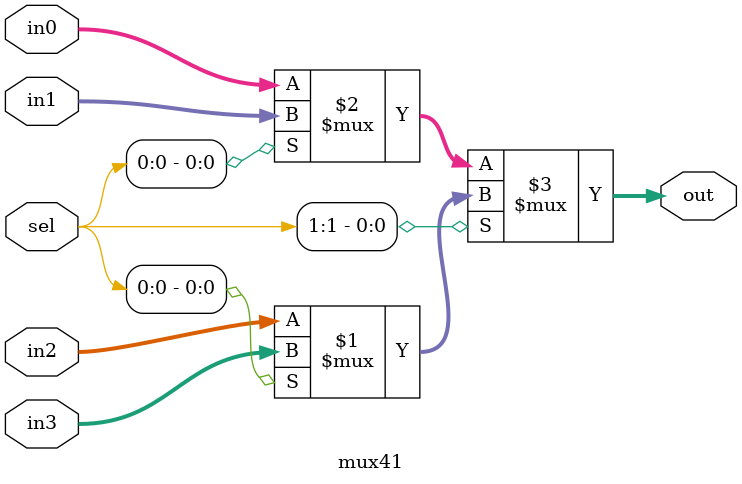
<source format=sv>
module mux41(
  input  logic [3:0] in0,
  input  logic [3:0] in1,
  input  logic [3:0] in2,
  input  logic [3:0] in3,
  input  logic [1:0] sel,
  output logic [3:0] out
);

assign out = sel[1]?(sel[0]?in3:in2):(sel[0]?in1:in0);

endmodule: mux41

</source>
